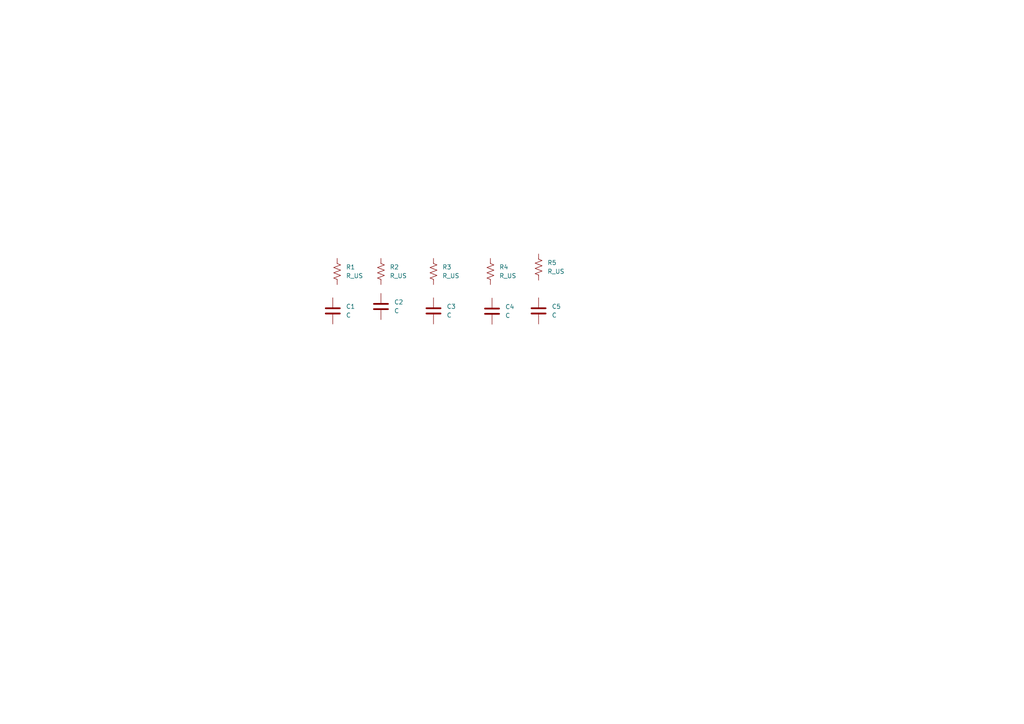
<source format=kicad_sch>
(kicad_sch (version 20231120) (generator "eeschema") (generator_version "7.99")
  (paper "A4")
  (lib_symbols
    (symbol "Device:C" (pin_numbers hide) (pin_names (offset 0.254))
      (property "Reference" "C" (at 0.635 2.54 0))
      (property "Value" "C" (at 0.635 -2.54 0))
      (symbol "C_0_1"
        (polyline (pts (xy -2.032 -0.762) (xy 2.032 -0.762)) (stroke (width 0.508)))
        (polyline (pts (xy -2.032 0.762) (xy 2.032 0.762)) (stroke (width 0.508)))
      )
      (symbol "C_1_1"
        (pin passive line (at 0 3.81 270) (length 2.794) (name "~") (number "1"))
        (pin passive line (at 0 -3.81 90) (length 2.794) (name "~") (number "2"))
      )
    )
    (symbol "Device:R_US" (pin_numbers hide) (pin_names (offset 0))
      (property "Reference" "R" (at 2.54 0 90))
      (property "Value" "R_US" (at -2.54 0 90))
      (symbol "R_US_0_1"
        (polyline (pts (xy 0 -2.286) (xy 0 -2.54)))
        (polyline (pts (xy 0 2.286) (xy 0 2.54)))
        (polyline (pts (xy 0 -0.762) (xy 1.016 -1.143) (xy 0 -1.524) (xy -1.016 -1.905) (xy 0 -2.286)))
        (polyline (pts (xy 0 0.762) (xy 1.016 0.381) (xy 0 0) (xy -1.016 -0.381) (xy 0 -0.762)))
        (polyline (pts (xy 0 2.286) (xy 1.016 1.905) (xy 0 1.524) (xy -1.016 1.143) (xy 0 0.762)))
      )
      (symbol "R_US_1_1"
        (pin passive line (at 0 3.81 270) (length 1.27) (name "~") (number "1"))
        (pin passive line (at 0 -3.81 90) (length 1.27) (name "~") (number "2"))
      )
    )
  )
  (symbol (lib_id "Device:R_US") (at 156.21 77.47 0) (unit 1)
    (property "Reference" "R5" (at 158.75 76.1999 0) (effects (justify left)))
    (property "Value" "R_US" (at 158.75 78.7399 0) (effects (justify left)))
    (property "Description" "Resistor, US symbol" (effects (hide yes)))
  )
  (symbol (lib_id "Device:R_US") (at 142.24 78.74 0) (unit 1)
    (property "Reference" "R4" (at 144.78 77.4699 0) (effects (justify left)))
    (property "Value" "R_US" (at 144.78 80.0099 0) (effects (justify left)))
    (property "Description" "Resistor, US symbol" (effects (hide yes)))
  )
  (symbol (lib_id "Device:C") (at 142.7091 90.2579 0) (unit 1)
    (property "Reference" "C4" (at 146.5191 88.9878 0) (effects (justify left)))
    (property "Value" "C" (at 146.5191 91.5278 0) (effects (justify left)))
    (property "Description" "Unpolarized capacitor" (effects (hide yes)))
  )
  (symbol (lib_id "Device:C") (at 96.52 90.17 0) (unit 1)
    (property "Reference" "C1" (at 100.33 88.8999 0) (effects (justify left)))
    (property "Value" "C" (at 100.33 91.4399 0) (effects (justify left)))
    (property "Description" "Unpolarized capacitor" (effects (hide yes)))
  )
  (symbol (lib_id "Device:C") (at 125.73 90.17 0) (unit 1)
    (property "Reference" "C3" (at 129.54 88.8999 0) (effects (justify left)))
    (property "Value" "C" (at 129.54 91.4399 0) (effects (justify left)))
    (property "Description" "Unpolarized capacitor" (effects (hide yes)))
  )
  (symbol (lib_id "Device:C") (at 156.21 90.17 0) (unit 1)
    (property "Reference" "C5" (at 160.02 88.8999 0) (effects (justify left)))
    (property "Value" "C" (at 160.02 91.4399 0) (effects (justify left)))
    (property "Description" "Unpolarized capacitor" (effects (hide yes)))
  )
  (symbol (lib_id "Device:R_US") (at 125.73 78.74 0) (unit 1)
    (property "Reference" "R3" (at 128.27 77.4699 0) (effects (justify left)))
    (property "Value" "R_US" (at 128.27 80.0099 0) (effects (justify left)))
    (property "Description" "Resistor, US symbol" (effects (hide yes)))
  )
  (symbol (lib_id "Device:C") (at 110.49 88.9 0) (unit 1)
    (property "Reference" "C2" (at 114.3 87.6299 0) (effects (justify left)))
    (property "Value" "C" (at 114.3 90.1699 0) (effects (justify left)))
    (property "Description" "Unpolarized capacitor" (effects (hide yes)))
  )
  (symbol (lib_id "Device:R_US") (at 97.79 78.74 0) (unit 1)
    (property "Reference" "R1" (at 100.33 77.4699 0) (effects (justify left)))
    (property "Value" "R_US" (at 100.33 80.0099 0) (effects (justify left)))
    (property "Description" "Resistor, US symbol" (effects (hide yes)))
  )
  (symbol (lib_id "Device:R_US") (at 110.49 78.74 0) (unit 1)
    (property "Reference" "R2" (at 113.03 77.4699 0) (effects (justify left)))
    (property "Value" "R_US" (at 113.03 80.0099 0) (effects (justify left)))
    (property "Description" "Resistor, US symbol" (effects (hide yes)))
  )
)
</source>
